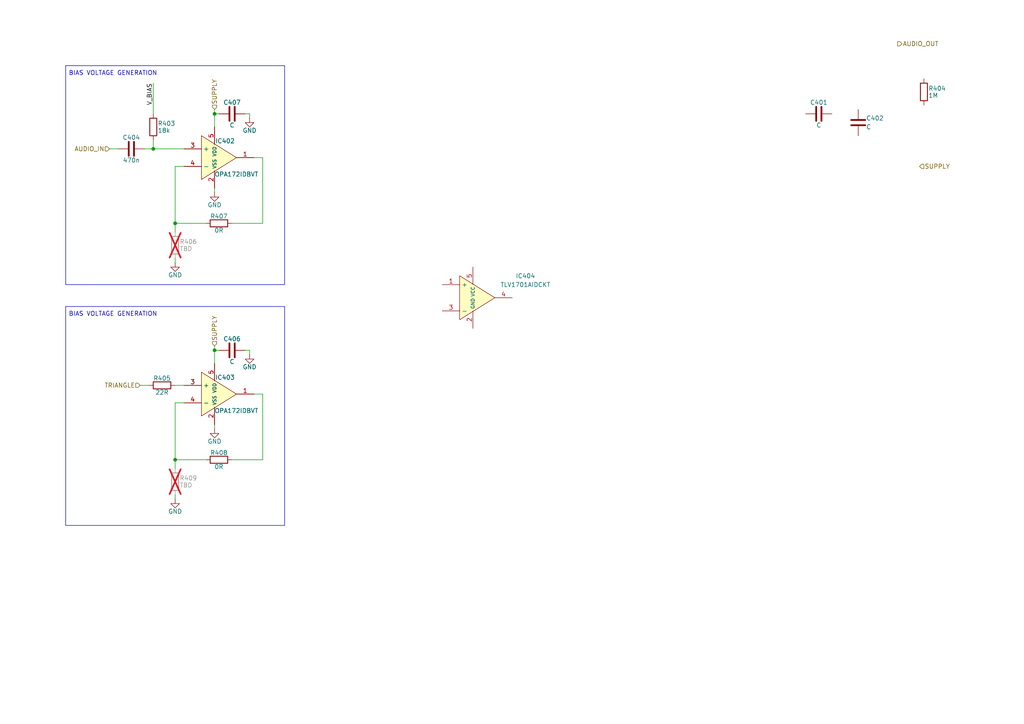
<source format=kicad_sch>
(kicad_sch (version 20231120) (generator "eeschema") (generator_version "8.0")
  (paper "A4")
  (lib_symbols
    (symbol "Device:C" (pin_numbers hide) (pin_names (offset 0.254))
      (property "Reference" "C" (at 0.635 2.54 0))
      (property "Value" "C" (at 0.635 -2.54 0))
      (symbol "C_0_1"
        (polyline (pts (xy -2.032 -0.762) (xy 2.032 -0.762)) (stroke (width 0.508)))
        (polyline (pts (xy -2.032 0.762) (xy 2.032 0.762)) (stroke (width 0.508)))
      )
      (symbol "C_1_1"
        (pin passive line (at 0 3.81 270) (length 2.794) (name "~") (number "1"))
        (pin passive line (at 0 -3.81 90) (length 2.794) (name "~") (number "2"))
      )
    )
    (symbol "Device:R" (pin_numbers hide) (pin_names (offset 0))
      (property "Reference" "R" (at 2.032 0 90))
      (property "Value" "R" (at 0 0 90))
      (symbol "R_0_1"
        (rectangle (start -1.016 -2.54) (end 1.016 2.54) (stroke (width 0.254)))
      )
      (symbol "R_1_1"
        (pin passive line (at 0 3.81 270) (length 1.27) (name "~") (number "1"))
        (pin passive line (at 0 -3.81 90) (length 1.27) (name "~") (number "2"))
      )
    )
    (symbol "Lund Formula Student:OPA172IDBVT"
      (property "Reference" "IC" (at 21.59 7.62 0))
      (property "Value" "OPA172IDBVT" (at 21.59 5.08 0))
      (symbol "OPA172IDBVT_1_1"
        (polyline (pts (xy 5.08 -2.54) (xy 15.24 -8.89) (xy 5.08 -15.24) (xy 5.08 -2.54)) (fill (type background)))
        (pin passive line (at 20.32 -8.89 180) (length 5.08) (name "") (number "1"))
        (pin passive line (at 8.89 -17.78 90) (length 5.08) (name "VSS") (number "2"))
        (pin passive line (at 0 -6.35 0) (length 5.08) (name "+") (number "3"))
        (pin passive line (at 0 -11.43 0) (length 5.08) (name "-") (number "4"))
        (pin passive line (at 8.89 0 270) (length 5.08) (name "VDD") (number "5"))
      )
    )
    (symbol "Lund Formula Student:TLV1701AIDCKT"
      (property "Reference" "IC" (at 11.43 -1.27 0))
      (property "Value" "TLV1701AIDCKT" (at 11.43 -3.81 0))
      (symbol "TLV1701AIDCKT_1_1"
        (polyline (pts (xy 5.08 -2.54) (xy 15.24 -8.89) (xy 5.08 -15.24) (xy 5.08 -2.54)) (fill (type background)))
        (pin passive line (at 0 -5.08 0) (length 5.08) (name "+") (number "1"))
        (pin passive line (at 8.89 -17.78 90) (length 5.08) (name "GND") (number "2"))
        (pin passive line (at 0 -12.7 0) (length 5.08) (name "-") (number "3"))
        (pin passive line (at 20.32 -8.89 180) (length 5.08) (name "") (number "4"))
        (pin passive line (at 8.89 0 270) (length 5.08) (name "VCC") (number "5"))
      )
    )
    (symbol "power:GND" (power) (pin_numbers hide) (pin_names (offset 0) hide)
      (property "Value" "GND" (at 0 -3.81 0))
      (symbol "GND_0_1"
        (polyline (pts (xy 0 0) (xy 0 -1.27) (xy 1.27 -1.27) (xy 0 -2.54) (xy -1.27 -1.27) (xy 0 -1.27)))
      )
      (symbol "GND_1_1"
        (pin power_in line (at 0 0 270) (length 0) (name "~") (number "1"))
      )
    )
  )
  (junction (at 300.99 100.33))
  (junction (at 334.01 90.17))
  (junction (at 62.23 33.02))
  (junction (at 62.23 101.6))
  (junction (at 50.8 64.77))
  (junction (at 347.98 102.87))
  (junction (at 50.8 133.35))
  (junction (at 300.99 110.49))
  (junction (at 312.42 100.33))
  (junction (at 44.45 43.18))
  (wire (pts (xy 50.8 111.76) (xy 53.34 111.76)))
  (wire (pts (xy 300.99 99.06) (xy 300.99 100.33)))
  (wire (pts (xy 62.23 33.02) (xy 62.23 36.83)))
  (wire (pts (xy 50.8 74.93) (xy 50.8 76.2)))
  (wire (pts (xy 344.17 90.17) (xy 344.17 91.44)))
  (wire (pts (xy 50.8 48.26) (xy 53.34 48.26)))
  (wire (pts (xy 62.23 33.02) (xy 63.5 33.02)))
  (wire (pts (xy 322.58 105.41) (xy 322.58 121.92)))
  (wire (pts (xy 334.01 90.17) (xy 335.28 90.17)))
  (wire (pts (xy 334.01 111.76) (xy 334.01 113.03)))
  (wire (pts (xy 73.66 45.72) (xy 76.2 45.72)))
  (wire (pts (xy 53.34 116.84) (xy 50.8 116.84)))
  (wire (pts (xy 41.91 43.18) (xy 44.45 43.18)))
  (wire (pts (xy 71.12 101.6) (xy 72.39 101.6)))
  (wire (pts (xy 62.23 101.6) (xy 63.5 101.6)))
  (wire (pts (xy 312.42 109.22) (xy 312.42 110.49)))
  (wire (pts (xy 44.45 40.64) (xy 44.45 43.18)))
  (wire (pts (xy 322.58 121.92) (xy 347.98 121.92)))
  (wire (pts (xy 44.45 43.18) (xy 53.34 43.18)))
  (wire (pts (xy 347.98 102.87) (xy 356.87 102.87)))
  (wire (pts (xy 312.42 100.33) (xy 312.42 101.6)))
  (wire (pts (xy 62.23 123.19) (xy 62.23 124.46)))
  (wire (pts (xy 50.8 64.77) (xy 50.8 67.31)))
  (wire (pts (xy 334.01 90.17) (xy 334.01 93.98)))
  (wire (pts (xy 50.8 116.84) (xy 50.8 133.35)))
  (wire (pts (xy 76.2 114.3) (xy 73.66 114.3)))
  (wire (pts (xy 72.39 101.6) (xy 72.39 102.87)))
  (wire (pts (xy 342.9 90.17) (xy 344.17 90.17)))
  (wire (pts (xy 76.2 45.72) (xy 76.2 64.77)))
  (wire (pts (xy 300.99 110.49) (xy 300.99 111.76)))
  (wire (pts (xy 62.23 101.6) (xy 62.23 105.41)))
  (wire (pts (xy 31.75 43.18) (xy 34.29 43.18)))
  (wire (pts (xy 76.2 114.3) (xy 76.2 133.35)))
  (wire (pts (xy 50.8 133.35) (xy 50.8 135.89)))
  (wire (pts (xy 59.69 133.35) (xy 50.8 133.35)))
  (wire (pts (xy 59.69 64.77) (xy 50.8 64.77)))
  (wire (pts (xy 312.42 100.33) (xy 325.12 100.33)))
  (wire (pts (xy 325.12 105.41) (xy 322.58 105.41)))
  (wire (pts (xy 40.64 111.76) (xy 43.18 111.76)))
  (wire (pts (xy 62.23 31.75) (xy 62.23 33.02)))
  (wire (pts (xy 50.8 143.51) (xy 50.8 144.78)))
  (wire (pts (xy 62.23 54.61) (xy 62.23 55.88)))
  (wire (pts (xy 300.99 110.49) (xy 300.99 109.22)))
  (wire (pts (xy 71.12 33.02) (xy 72.39 33.02)))
  (wire (pts (xy 300.99 100.33) (xy 312.42 100.33)))
  (wire (pts (xy 50.8 48.26) (xy 50.8 64.77)))
  (wire (pts (xy 72.39 33.02) (xy 72.39 34.29)))
  (wire (pts (xy 44.45 33.02) (xy 44.45 24.13)))
  (wire (pts (xy 76.2 133.35) (xy 67.31 133.35)))
  (wire (pts (xy 76.2 64.77) (xy 67.31 64.77)))
  (wire (pts (xy 347.98 102.87) (xy 345.44 102.87)))
  (wire (pts (xy 300.99 88.9) (xy 300.99 91.44)))
  (wire (pts (xy 347.98 121.92) (xy 347.98 102.87)))
  (wire (pts (xy 300.99 100.33) (xy 300.99 101.6)))
  (wire (pts (xy 312.42 110.49) (xy 300.99 110.49)))
  (wire (pts (xy 62.23 100.33) (xy 62.23 101.6)))
  (wire (pts (xy 334.01 88.9) (xy 334.01 90.17)))
  (rectangle (start 19.05 88.9) (end 82.55 152.4))
  (rectangle (start 19.05 19.05) (end 82.55 82.55))
  (rectangle (start 297.18 74.93) (end 360.68 125.73))
  (text "BIAS VOLTAGE GENERATION" (at 310.896 76.962 0) (effects (font (size 1.27 1.27))))
  (text "BIAS VOLTAGE GENERATION" (at 32.766 21.336 0) (effects (font (size 1.27 1.27))))
  (text "BIAS VOLTAGE GENERATION" (at 32.766 91.186 0) (effects (font (size 1.27 1.27))))
  (label "V_BIAS" (at 356.87 102.87 180))
  (label "V_BIAS" (at 44.45 24.13 270))
  (label "HALF_SUPPLY" (at 323.85 100.33 180) (effects (font (size 0.762 0.762))))
  (hierarchical_label "SUPPLY" (shape input) (at 334.01 88.9 90))
  (hierarchical_label "SUPPLY" (shape input) (at 62.23 100.33 90))
  (hierarchical_label "SUPPLY" (shape input) (at 300.99 88.9 90))
  (hierarchical_label "SUPPLY" (shape input) (at 62.23 31.75 90))
  (hierarchical_label "TRIANGLE" (shape input) (at 40.64 111.76 180))
  (hierarchical_label "AUDIO_IN" (shape input) (at 31.75 43.18 180))
  (hierarchical_label "SUPPLY" (shape input) (at 266.7 48.26 0))
  (hierarchical_label "AUDIO_OUT" (shape output) (at 260.35 12.7 0))
  (symbol (lib_id "Device:R") (at 50.8 139.7 180) (unit 1) (dnp yes)
    (property "Reference" "R409" (at 52.07 138.684 0) (effects (justify right)))
    (property "Value" "TBD" (at 52.07 140.716 0) (effects (justify right)))
    (property "Footprint" "Resistor_SMD:R_0603_1608Metric_Pad0.98x0.95mm_HandSolder" (effects (hide yes)))
    (property "Description" "Resistor" (effects (hide yes)))
    (instances (project "DesktopControl-HW" (path "" (reference "R409") (unit 1)) (path "" (reference "R509") (unit 1))))
  )
  (symbol (lib_id "Device:R") (at 63.5 133.35 90) (unit 1)
    (property "Reference" "R408" (at 63.5 131.318 90))
    (property "Value" "0R" (at 63.5 135.382 90))
    (property "Footprint" "Resistor_SMD:R_0603_1608Metric_Pad0.98x0.95mm_HandSolder" (effects (hide yes)))
    (property "Description" "Resistor" (effects (hide yes)))
    (instances (project "DesktopControl-HW" (path "" (reference "R408") (unit 1)) (path "" (reference "R508") (unit 1))))
  )
  (symbol (lib_id "Lund Formula Student:TLV1701AIDCKT") (at 128.27 77.47 0) (unit 1)
    (property "Reference" "IC404" (at 152.4 80.0414 0))
    (property "Value" "TLV1701AIDCKT" (at 152.4 82.5814 0))
    (property "Footprint" "Lund Formula Student:SOT65P210X110-5N" (effects (hide yes)))
    (property "Datasheet" "http://www.ti.com/lit/gpn/TLV1701" (effects (hide yes)))
    (property "Description" "Texas Instruments TLV1701AIDCKT Comparator," (effects (hide yes)))
    (property "Height" "1.1" (effects (hide yes)))
    (property "Manufacturer_Name" "Texas Instruments" (effects (hide yes)))
    (property "Manufacturer_Part_Number" "TLV1701AIDCKT" (effects (hide yes)))
    (property "Mouser Part Number" "595-TLV1701AIDCKT" (effects (hide yes)))
    (property "Mouser Price/Stock" "https://www.mouser.co.uk/ProductDetail/Texas-Instruments/TLV1701AIDCKT?qs=n7vHx8wJlDH9zEvJCsveiQ%3D%3D" (effects (hide yes)))
    (property "Arrow Part Number" "TLV1701AIDCKT" (effects (hide yes)))
    (property "Arrow Price/Stock" "https://www.arrow.com/en/products/tlv1701aidckt/texas-instruments?region=nac" (effects (hide yes)))
    (instances (project "" (path "" (reference "IC404") (unit 1)) (path "" (reference "IC504") (unit 1))))
  )
  (symbol (lib_id "power:GND") (at 50.8 76.2 0) (unit 1)
    (property "Reference" "#PWR0408" (effects (hide yes)))
    (property "Value" "GND" (at 50.8 79.756 0))
    (property "Description" "Power symbol creates a global label with name \"GND\" , ground" (effects (hide yes)))
    (instances (project "DesktopControl-HW" (path "" (reference "#PWR0408") (unit 1)) (path "" (reference "#PWR0508") (unit 1))))
  )
  (symbol (lib_id "Device:R") (at 300.99 95.25 180) (unit 1)
    (property "Reference" "R401" (at 302.26 94.234 0) (effects (justify right)))
    (property "Value" "1M" (at 302.26 96.266 0) (effects (justify right)))
    (property "Footprint" "Resistor_SMD:R_0603_1608Metric_Pad0.98x0.95mm_HandSolder" (effects (hide yes)))
    (property "Description" "Resistor" (effects (hide yes)))
    (instances (project "DesktopControl-HW" (path "" (reference "R401") (unit 1)) (path "" (reference "R501") (unit 1))))
  )
  (symbol (lib_id "Device:C") (at 312.42 105.41 0) (unit 1)
    (property "Reference" "C403" (at 314.706 104.14 0) (effects (justify left)))
    (property "Value" "C" (at 314.706 106.68 0) (effects (justify left)))
    (property "Footprint" "Capacitor_SMD:C_0603_1608Metric_Pad1.08x0.95mm_HandSolder" (effects (hide yes)))
    (property "Description" "Unpolarized capacitor" (effects (hide yes)))
    (instances (project "DesktopControl-HW" (path "" (reference "C403") (unit 1)) (path "" (reference "C503") (unit 1))))
  )
  (symbol (lib_id "Device:R") (at 267.97 26.67 180) (unit 1)
    (property "Reference" "R404" (at 269.24 25.654 0) (effects (justify right)))
    (property "Value" "1M" (at 269.24 27.686 0) (effects (justify right)))
    (property "Footprint" "Resistor_SMD:R_0603_1608Metric_Pad0.98x0.95mm_HandSolder" (effects (hide yes)))
    (property "Description" "Resistor" (effects (hide yes)))
    (instances (project "DesktopControl-HW" (path "" (reference "R404") (unit 1)) (path "" (reference "R504") (unit 1))))
  )
  (symbol (lib_id "Lund Formula Student:OPA172IDBVT") (at 325.12 93.98 0) (unit 1)
    (property "Reference" "IC401" (at 337.058 98.044 0))
    (property "Value" "OPA172IDBVT" (at 340.36 107.696 0))
    (property "Footprint" "Lund Formula Student:SOT95P280X145-5N" (effects (hide yes)))
    (property "Datasheet" "http://www.ti.com/lit/gpn/OPA172" (effects (hide yes)))
    (property "Description" "36-V, Single-Supply, 10-MHz, Rail-to-Rail Output, Operational Amplifier" (effects (hide yes)))
    (property "Height" "1.45" (effects (hide yes)))
    (property "Manufacturer_Name" "Texas Instruments" (effects (hide yes)))
    (property "Manufacturer_Part_Number" "OPA172IDBVT" (effects (hide yes)))
    (property "Mouser Part Number" "595-OPA172IDBVT" (effects (hide yes)))
    (property "Mouser Price/Stock" "https://www.mouser.co.uk/ProductDetail/Texas-Instruments/OPA172IDBVT?qs=%2Fd%252BFzHvH4c0Bhs6CGHeX2g%3D%3D" (effects (hide yes)))
    (property "Arrow Part Number" "OPA172IDBVT" (effects (hide yes)))
    (property "Arrow Price/Stock" "https://www.arrow.com/en/products/opa172idbvt/texas-instruments" (effects (hide yes)))
    (instances (project "" (path "" (reference "IC401") (unit 1)) (path "" (reference "IC501") (unit 1))))
  )
  (symbol (lib_id "Lund Formula Student:OPA172IDBVT") (at 53.34 36.83 0) (unit 1)
    (property "Reference" "IC402" (at 65.278 40.894 0))
    (property "Value" "OPA172IDBVT" (at 68.58 50.546 0))
    (property "Footprint" "Lund Formula Student:SOT95P280X145-5N" (effects (hide yes)))
    (property "Datasheet" "http://www.ti.com/lit/gpn/OPA172" (effects (hide yes)))
    (property "Description" "36-V, Single-Supply, 10-MHz, Rail-to-Rail Output, Operational Amplifier" (effects (hide yes)))
    (property "Height" "1.45" (effects (hide yes)))
    (property "Manufacturer_Name" "Texas Instruments" (effects (hide yes)))
    (property "Manufacturer_Part_Number" "OPA172IDBVT" (effects (hide yes)))
    (property "Mouser Part Number" "595-OPA172IDBVT" (effects (hide yes)))
    (property "Mouser Price/Stock" "https://www.mouser.co.uk/ProductDetail/Texas-Instruments/OPA172IDBVT?qs=%2Fd%252BFzHvH4c0Bhs6CGHeX2g%3D%3D" (effects (hide yes)))
    (property "Arrow Part Number" "OPA172IDBVT" (effects (hide yes)))
    (property "Arrow Price/Stock" "https://www.arrow.com/en/products/opa172idbvt/texas-instruments" (effects (hide yes)))
    (instances (project "DesktopControl-HW" (path "" (reference "IC402") (unit 1)) (path "" (reference "IC502") (unit 1))))
  )
  (symbol (lib_id "power:GND") (at 344.17 91.44 0) (unit 1)
    (property "Reference" "#PWR0403" (effects (hide yes)))
    (property "Value" "GND" (at 344.17 94.996 0))
    (property "Description" "Power symbol creates a global label with name \"GND\" , ground" (effects (hide yes)))
    (instances (project "DesktopControl-HW" (path "" (reference "#PWR0403") (unit 1)) (path "" (reference "#PWR0503") (unit 1))))
  )
  (symbol (lib_id "Device:R") (at 300.99 105.41 180) (unit 1)
    (property "Reference" "R402" (at 302.26 104.394 0) (effects (justify right)))
    (property "Value" "1M" (at 302.26 106.426 0) (effects (justify right)))
    (property "Footprint" "Resistor_SMD:R_0603_1608Metric_Pad0.98x0.95mm_HandSolder" (effects (hide yes)))
    (property "Description" "Resistor" (effects (hide yes)))
    (instances (project "DesktopControl-HW" (path "" (reference "R402") (unit 1)) (path "" (reference "R502") (unit 1))))
  )
  (symbol (lib_id "Device:C") (at 237.49 33.02 90) (unit 1)
    (property "Reference" "C401" (at 237.49 29.718 90))
    (property "Value" "C" (at 237.49 36.322 90))
    (property "Footprint" "Capacitor_SMD:C_0603_1608Metric_Pad1.08x0.95mm_HandSolder" (effects (hide yes)))
    (property "Description" "Unpolarized capacitor" (effects (hide yes)))
    (instances (project "DesktopControl-HW" (path "" (reference "C401") (unit 1)) (path "" (reference "C501") (unit 1))))
  )
  (symbol (lib_id "Device:R") (at 50.8 71.12 180) (unit 1) (dnp yes)
    (property "Reference" "R406" (at 52.07 70.104 0) (effects (justify right)))
    (property "Value" "TBD" (at 52.07 72.136 0) (effects (justify right)))
    (property "Footprint" "Resistor_SMD:R_0603_1608Metric_Pad0.98x0.95mm_HandSolder" (effects (hide yes)))
    (property "Description" "Resistor" (effects (hide yes)))
    (instances (project "DesktopControl-HW" (path "" (reference "R406") (unit 1)) (path "" (reference "R506") (unit 1))))
  )
  (symbol (lib_id "power:GND") (at 50.8 144.78 0) (unit 1)
    (property "Reference" "#PWR0409" (effects (hide yes)))
    (property "Value" "GND" (at 50.8 148.336 0))
    (property "Description" "Power symbol creates a global label with name \"GND\" , ground" (effects (hide yes)))
    (instances (project "DesktopControl-HW" (path "" (reference "#PWR0409") (unit 1)) (path "" (reference "#PWR0509") (unit 1))))
  )
  (symbol (lib_id "Device:C") (at 339.09 90.17 90) (unit 1)
    (property "Reference" "C405" (at 339.09 86.868 90))
    (property "Value" "C" (at 339.09 93.472 90))
    (property "Footprint" "Capacitor_SMD:C_0603_1608Metric_Pad1.08x0.95mm_HandSolder" (effects (hide yes)))
    (property "Description" "Unpolarized capacitor" (effects (hide yes)))
    (instances (project "DesktopControl-HW" (path "" (reference "C405") (unit 1)) (path "" (reference "C505") (unit 1))))
  )
  (symbol (lib_id "power:GND") (at 62.23 124.46 0) (unit 1)
    (property "Reference" "#PWR0404" (effects (hide yes)))
    (property "Value" "GND" (at 62.23 128.016 0))
    (property "Description" "Power symbol creates a global label with name \"GND\" , ground" (effects (hide yes)))
    (instances (project "DesktopControl-HW" (path "" (reference "#PWR0404") (unit 1)) (path "" (reference "#PWR0504") (unit 1))))
  )
  (symbol (lib_id "power:GND") (at 300.99 111.76 0) (unit 1)
    (property "Reference" "#PWR0401" (effects (hide yes)))
    (property "Value" "GND" (at 300.99 115.316 0))
    (property "Description" "Power symbol creates a global label with name \"GND\" , ground" (effects (hide yes)))
    (instances (project "DesktopControl-HW" (path "" (reference "#PWR0401") (unit 1)) (path "" (reference "#PWR0501") (unit 1))))
  )
  (symbol (lib_id "Device:C") (at 67.31 101.6 90) (unit 1)
    (property "Reference" "C406" (at 67.31 98.298 90))
    (property "Value" "C" (at 67.31 104.902 90))
    (property "Footprint" "Capacitor_SMD:C_0603_1608Metric_Pad1.08x0.95mm_HandSolder" (effects (hide yes)))
    (property "Description" "Unpolarized capacitor" (effects (hide yes)))
    (instances (project "DesktopControl-HW" (path "" (reference "C406") (unit 1)) (path "" (reference "C506") (unit 1))))
  )
  (symbol (lib_id "Device:R") (at 63.5 64.77 90) (unit 1)
    (property "Reference" "R407" (at 63.5 62.738 90))
    (property "Value" "0R" (at 63.5 66.802 90))
    (property "Footprint" "Resistor_SMD:R_0603_1608Metric_Pad0.98x0.95mm_HandSolder" (effects (hide yes)))
    (property "Description" "Resistor" (effects (hide yes)))
    (instances (project "DesktopControl-HW" (path "" (reference "R407") (unit 1)) (path "" (reference "R507") (unit 1))))
  )
  (symbol (lib_id "Device:C") (at 38.1 43.18 90) (unit 1)
    (property "Reference" "C404" (at 38.1 39.878 90))
    (property "Value" "470n" (at 38.1 46.482 90))
    (property "Footprint" "Capacitor_SMD:C_0603_1608Metric_Pad1.08x0.95mm_HandSolder" (effects (hide yes)))
    (property "Description" "Unpolarized capacitor" (effects (hide yes)))
    (instances (project "DesktopControl-HW" (path "" (reference "C404") (unit 1)) (path "" (reference "C504") (unit 1))))
  )
  (symbol (lib_id "power:GND") (at 334.01 113.03 0) (unit 1)
    (property "Reference" "#PWR0402" (effects (hide yes)))
    (property "Value" "GND" (at 334.01 116.586 0))
    (property "Description" "Power symbol creates a global label with name \"GND\" , ground" (effects (hide yes)))
    (instances (project "DesktopControl-HW" (path "" (reference "#PWR0402") (unit 1)) (path "" (reference "#PWR0502") (unit 1))))
  )
  (symbol (lib_id "Device:C") (at 67.31 33.02 90) (unit 1)
    (property "Reference" "C407" (at 67.31 29.718 90))
    (property "Value" "C" (at 67.31 36.322 90))
    (property "Footprint" "Capacitor_SMD:C_0603_1608Metric_Pad1.08x0.95mm_HandSolder" (effects (hide yes)))
    (property "Description" "Unpolarized capacitor" (effects (hide yes)))
    (instances (project "DesktopControl-HW" (path "" (reference "C407") (unit 1)) (path "" (reference "C507") (unit 1))))
  )
  (symbol (lib_id "Device:R") (at 46.99 111.76 90) (unit 1)
    (property "Reference" "R405" (at 46.99 109.728 90))
    (property "Value" "22R" (at 46.99 113.792 90))
    (property "Footprint" "Resistor_SMD:R_0603_1608Metric_Pad0.98x0.95mm_HandSolder" (effects (hide yes)))
    (property "Description" "Resistor" (effects (hide yes)))
    (instances (project "DesktopControl-HW" (path "" (reference "R405") (unit 1)) (path "" (reference "R505") (unit 1))))
  )
  (symbol (lib_id "Device:R") (at 44.45 36.83 180) (unit 1)
    (property "Reference" "R403" (at 45.72 35.814 0) (effects (justify right)))
    (property "Value" "18k" (at 45.72 37.846 0) (effects (justify right)))
    (property "Footprint" "Resistor_SMD:R_0603_1608Metric_Pad0.98x0.95mm_HandSolder" (effects (hide yes)))
    (property "Description" "Resistor" (effects (hide yes)))
    (instances (project "DesktopControl-HW" (path "" (reference "R403") (unit 1)) (path "" (reference "R503") (unit 1))))
  )
  (symbol (lib_id "Device:C") (at 248.92 35.56 0) (unit 1)
    (property "Reference" "C402" (at 251.206 34.29 0) (effects (justify left)))
    (property "Value" "C" (at 251.206 36.83 0) (effects (justify left)))
    (property "Footprint" "Capacitor_SMD:C_0603_1608Metric_Pad1.08x0.95mm_HandSolder" (effects (hide yes)))
    (property "Description" "Unpolarized capacitor" (effects (hide yes)))
    (instances (project "DesktopControl-HW" (path "" (reference "C402") (unit 1)) (path "" (reference "C502") (unit 1))))
  )
  (symbol (lib_id "Lund Formula Student:OPA172IDBVT") (at 53.34 105.41 0) (unit 1)
    (property "Reference" "IC403" (at 65.278 109.474 0))
    (property "Value" "OPA172IDBVT" (at 68.58 119.126 0))
    (property "Footprint" "Lund Formula Student:SOT95P280X145-5N" (effects (hide yes)))
    (property "Datasheet" "http://www.ti.com/lit/gpn/OPA172" (effects (hide yes)))
    (property "Description" "36-V, Single-Supply, 10-MHz, Rail-to-Rail Output, Operational Amplifier" (effects (hide yes)))
    (property "Height" "1.45" (effects (hide yes)))
    (property "Manufacturer_Name" "Texas Instruments" (effects (hide yes)))
    (property "Manufacturer_Part_Number" "OPA172IDBVT" (effects (hide yes)))
    (property "Mouser Part Number" "595-OPA172IDBVT" (effects (hide yes)))
    (property "Mouser Price/Stock" "https://www.mouser.co.uk/ProductDetail/Texas-Instruments/OPA172IDBVT?qs=%2Fd%252BFzHvH4c0Bhs6CGHeX2g%3D%3D" (effects (hide yes)))
    (property "Arrow Part Number" "OPA172IDBVT" (effects (hide yes)))
    (property "Arrow Price/Stock" "https://www.arrow.com/en/products/opa172idbvt/texas-instruments" (effects (hide yes)))
    (instances (project "DesktopControl-HW" (path "" (reference "IC403") (unit 1)) (path "" (reference "IC503") (unit 1))))
  )
  (symbol (lib_id "power:GND") (at 72.39 34.29 0) (unit 1)
    (property "Reference" "#PWR0406" (effects (hide yes)))
    (property "Value" "GND" (at 72.39 37.846 0))
    (property "Description" "Power symbol creates a global label with name \"GND\" , ground" (effects (hide yes)))
    (instances (project "DesktopControl-HW" (path "" (reference "#PWR0406") (unit 1)) (path "" (reference "#PWR0506") (unit 1))))
  )
  (symbol (lib_id "power:GND") (at 72.39 102.87 0) (unit 1)
    (property "Reference" "#PWR0405" (effects (hide yes)))
    (property "Value" "GND" (at 72.39 106.426 0))
    (property "Description" "Power symbol creates a global label with name \"GND\" , ground" (effects (hide yes)))
    (instances (project "DesktopControl-HW" (path "" (reference "#PWR0405") (unit 1)) (path "" (reference "#PWR0505") (unit 1))))
  )
  (symbol (lib_id "power:GND") (at 62.23 55.88 0) (unit 1)
    (property "Reference" "#PWR0407" (effects (hide yes)))
    (property "Value" "GND" (at 62.23 59.436 0))
    (property "Description" "Power symbol creates a global label with name \"GND\" , ground" (effects (hide yes)))
    (instances (project "DesktopControl-HW" (path "" (reference "#PWR0407") (unit 1)) (path "" (reference "#PWR0507") (unit 1))))
  )
)
</source>
